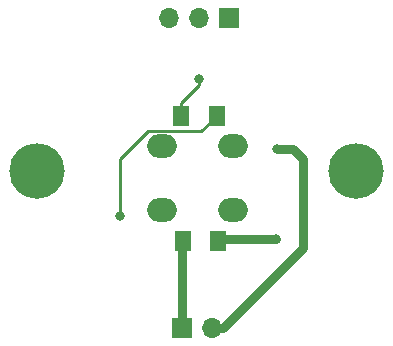
<source format=gbr>
%TF.GenerationSoftware,KiCad,Pcbnew,8.0.5*%
%TF.CreationDate,2024-09-21T18:14:30+02:00*%
%TF.ProjectId,KorryLargePCB_SMD,4b6f7272-794c-4617-9267-655043425f53,rev?*%
%TF.SameCoordinates,Original*%
%TF.FileFunction,Copper,L2,Bot*%
%TF.FilePolarity,Positive*%
%FSLAX46Y46*%
G04 Gerber Fmt 4.6, Leading zero omitted, Abs format (unit mm)*
G04 Created by KiCad (PCBNEW 8.0.5) date 2024-09-21 18:14:30*
%MOMM*%
%LPD*%
G01*
G04 APERTURE LIST*
G04 Aperture macros list*
%AMRoundRect*
0 Rectangle with rounded corners*
0 $1 Rounding radius*
0 $2 $3 $4 $5 $6 $7 $8 $9 X,Y pos of 4 corners*
0 Add a 4 corners polygon primitive as box body*
4,1,4,$2,$3,$4,$5,$6,$7,$8,$9,$2,$3,0*
0 Add four circle primitives for the rounded corners*
1,1,$1+$1,$2,$3*
1,1,$1+$1,$4,$5*
1,1,$1+$1,$6,$7*
1,1,$1+$1,$8,$9*
0 Add four rect primitives between the rounded corners*
20,1,$1+$1,$2,$3,$4,$5,0*
20,1,$1+$1,$4,$5,$6,$7,0*
20,1,$1+$1,$6,$7,$8,$9,0*
20,1,$1+$1,$8,$9,$2,$3,0*%
G04 Aperture macros list end*
%TA.AperFunction,ComponentPad*%
%ADD10R,1.700000X1.700000*%
%TD*%
%TA.AperFunction,ComponentPad*%
%ADD11O,1.700000X1.700000*%
%TD*%
%TA.AperFunction,ComponentPad*%
%ADD12C,3.100000*%
%TD*%
%TA.AperFunction,ConnectorPad*%
%ADD13C,4.700000*%
%TD*%
%TA.AperFunction,ComponentPad*%
%ADD14O,2.500000X2.000000*%
%TD*%
%TA.AperFunction,SMDPad,CuDef*%
%ADD15RoundRect,0.250001X0.462499X0.624999X-0.462499X0.624999X-0.462499X-0.624999X0.462499X-0.624999X0*%
%TD*%
%TA.AperFunction,ViaPad*%
%ADD16C,0.800000*%
%TD*%
%TA.AperFunction,Conductor*%
%ADD17C,0.800000*%
%TD*%
%TA.AperFunction,Conductor*%
%ADD18C,0.250000*%
%TD*%
G04 APERTURE END LIST*
D10*
%TO.P,J2,1,Pin_1*%
%TO.N,+9V*%
X59750000Y-49250000D03*
D11*
%TO.P,J2,2,Pin_2*%
%TO.N,/LED_PCB*%
X62290000Y-49250000D03*
%TD*%
D10*
%TO.P,J1,1,Pin_1*%
%TO.N,/BTN_INPUT*%
X63750000Y-23000000D03*
D11*
%TO.P,J1,2,Pin_2*%
%TO.N,/LED_INPUT*%
X61210000Y-23000000D03*
%TO.P,J1,3,Pin_3*%
%TO.N,GND*%
X58670000Y-23000000D03*
%TD*%
D12*
%TO.P,H2,1*%
%TO.N,N/C*%
X74500000Y-36000000D03*
D13*
X74500000Y-36000000D03*
%TD*%
D12*
%TO.P,H1,1*%
%TO.N,N/C*%
X47500000Y-36000000D03*
D13*
X47500000Y-36000000D03*
%TD*%
D14*
%TO.P,S1,1*%
%TO.N,unconnected-(S1-Pad1)*%
X64100000Y-33900000D03*
%TO.P,S1,3*%
%TO.N,/BTN_INPUT*%
X64100000Y-39300000D03*
%TO.P,S1,4*%
%TO.N,unconnected-(S1-Pad4)*%
X58100000Y-39300000D03*
%TO.P,S1,6*%
%TO.N,unconnected-(S1-Pad6)*%
X58100000Y-33900000D03*
%TD*%
D15*
%TO.P,DG-1,1,K*%
%TO.N,Net-(DG-1-K)*%
X62687500Y-31300000D03*
%TO.P,DG-1,2,A*%
%TO.N,/LED_INPUT*%
X59712500Y-31300000D03*
%TD*%
%TO.P,DW-1,1,K*%
%TO.N,Net-(DW-1-K)*%
X62787500Y-41900000D03*
%TO.P,DW-1,2,A*%
%TO.N,+9V*%
X59812500Y-41900000D03*
%TD*%
D16*
%TO.N,/LED_INPUT*%
X61225000Y-28175000D03*
%TO.N,/LED_PCB*%
X67775000Y-34100000D03*
%TO.N,Net-(DG-1-K)*%
X54550000Y-39825000D03*
%TO.N,Net-(DW-1-K)*%
X67725000Y-41775000D03*
%TD*%
D17*
%TO.N,+9V*%
X59750000Y-49250000D02*
X59750000Y-41962500D01*
X59750000Y-41962500D02*
X59812500Y-41900000D01*
%TO.N,/LED_PCB*%
X62250000Y-49250000D02*
X63250000Y-49250000D01*
X63250000Y-49250000D02*
X70000002Y-42499998D01*
X70000002Y-42499998D02*
X70000002Y-35000000D01*
D18*
%TO.N,/LED_INPUT*%
X61225000Y-28700000D02*
X59712500Y-30212500D01*
X61225000Y-28175000D02*
X61225000Y-28700000D01*
X59712500Y-30212500D02*
X59712500Y-31300000D01*
D17*
%TO.N,/LED_PCB*%
X69130000Y-34130000D02*
X70000000Y-35000000D01*
X67775000Y-34100000D02*
X69130000Y-34130000D01*
D18*
%TO.N,Net-(DG-1-K)*%
X54550000Y-39825000D02*
X54575000Y-39800000D01*
X62687500Y-31300000D02*
X61387500Y-32600000D01*
X59004900Y-32600000D02*
X58979900Y-32575000D01*
X56925000Y-32575000D02*
X54550000Y-34950000D01*
X54550000Y-34950000D02*
X54550000Y-39825000D01*
X61387500Y-32600000D02*
X59004900Y-32600000D01*
X54575000Y-39800000D02*
X54600000Y-39800000D01*
X58979900Y-32575000D02*
X56925000Y-32575000D01*
D17*
%TO.N,Net-(DW-1-K)*%
X67725000Y-41775000D02*
X62912500Y-41775000D01*
X62912500Y-41775000D02*
X62787500Y-41900000D01*
%TD*%
M02*

</source>
